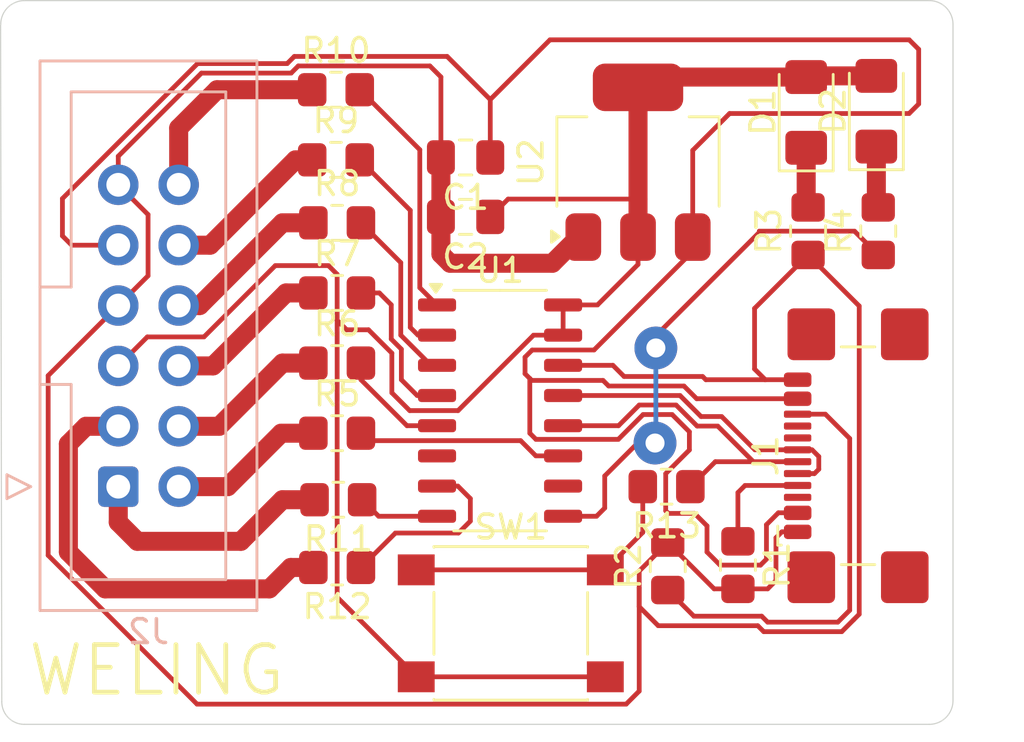
<source format=kicad_pcb>
(kicad_pcb (version 20240108) (generator "pcbnew") (generator_version "8.0")
  (layers (0 "F.Cu" signal) (31 "B.Cu" signal) (34 "B.Paste" user) (35 "F.Paste" user) (36 "B.SilkS" user "B.Silkscreen") (37 "F.SilkS" user "F.Silkscreen") (38 "B.Mask" user) (39 "F.Mask" user) (44 "Edge.Cuts" user))
  (net 0 "")
  (net 1 "GND")
  (net 2 "+5V")
  (net 3 "+3.3V")
  (net 4 "Net-(J2-Pin_10)")
  (net 5 "Net-(J2-Pin_8)")
  (net 6 "Net-(J2-Pin_6)")
  (net 7 "Net-(J2-Pin_2)")
  (net 8 "Net-(J2-Pin_4)")
  (net 9 "Net-(J2-Pin_12)")
  (net 10 "Net-(J2-Pin_3)")
  (net 11 "Net-(J2-Pin_1)")
  (net 12 "SWK")
  (net 14 "SWD")
  (net 16 "UDM")
  (net 17 "RST")
  (net 18 "RXD")
  (net 19 "TDO")
  (net 20 "LED")
  (net 21 "TXD")
  (net 22 "TRST")
  (net 23 "UDP")
  (net 24 "TDI")
  (net 25 "Net-(D1-K)")
  (net 26 "Net-(D2-K)")
  (net 28 "Net-(J1-CC2)")
  (net 30 "Net-(J1-CC1)")
  (net 33 "Net-(R13-Pad2)")
  (footprint "Resistor_SMD:R_0805_2012Metric_Pad1.20x1.40mm_HandSolder" (layer "F.Cu") (at 130.600001 81.7)
    (property "Reference" "R5" (at 0 -1.649998 0) (layer "F.SilkS"))
    (property "Value" "100")
    (fp_line (start -0.227064 -0.735) (end 0.227064 -0.735) (stroke (width 0.12)) (layer "F.SilkS"))
    (fp_line (start -0.227064 0.735) (end 0.227064 0.735) (stroke (width 0.12)) (layer "F.SilkS"))
    (pad "1" smd roundrect (at -1 0) (size 1.2 1.4) (layers "F.Cu" "F.Paste" "F.Mask") (roundrect_rratio 0.208333) (net 7 "Net-(J2-Pin_2)"))
    (pad "2" smd roundrect (at 1 0) (size 1.2 1.4) (layers "F.Cu" "F.Paste" "F.Mask") (roundrect_rratio 0.208333) (net 22 "TRST"))
  )
  (footprint "Resistor_SMD:R_0805_2012Metric_Pad1.20x1.40mm_HandSolder" (layer "F.Cu") (at 150.399999 73.2 90)
    (property "Reference" "R3" (at -0.000001 -1.65 -90) (layer "F.SilkS"))
    (property "Value" "1K")
    (fp_line (start -0.227064 -0.735) (end 0.227064 -0.735) (stroke (width 0.12)) (layer "F.SilkS"))
    (fp_line (start -0.227064 0.735) (end 0.227064 0.735) (stroke (width 0.12)) (layer "F.SilkS"))
    (pad "1" smd roundrect (at -1 0 90) (size 1.2 1.4) (layers "F.Cu" "F.Paste" "F.Mask") (roundrect_rratio 0.208333) (net 1 "GND"))
    (pad "2" smd roundrect (at 1 0 90) (size 1.2 1.4) (layers "F.Cu" "F.Paste" "F.Mask") (roundrect_rratio 0.208333) (net 25 "Net-(D1-K)"))
  )
  (footprint "Resistor_SMD:R_0805_2012Metric_Pad1.20x1.40mm_HandSolder" (layer "F.Cu") (at 144.5 87.3 90)
    (property "Reference" "R2" (at 0 -1.649998 -90) (layer "F.SilkS"))
    (property "Value" "5K1")
    (fp_line (start -0.227064 -0.735) (end 0.227064 -0.735) (stroke (width 0.12)) (layer "F.SilkS"))
    (fp_line (start -0.227064 0.735) (end 0.227064 0.735) (stroke (width 0.12)) (layer "F.SilkS"))
    (pad "1" smd roundrect (at -1 0 90) (size 1.2 1.4) (layers "F.Cu" "F.Paste" "F.Mask") (roundrect_rratio 0.208333) (net 28 "Net-(J1-CC2)"))
    (pad "2" smd roundrect (at 1 0 90) (size 1.2 1.4) (layers "F.Cu" "F.Paste" "F.Mask") (roundrect_rratio 0.208333) (net 1 "GND"))
  )
  (footprint "Connector_USB:USB_C_Receptacle_GCT_USB4110" (layer "F.Cu") (at 153.639999 82.65 90)
    (property "Reference" "J1" (at 0 -5.015 90) (layer "F.SilkS"))
    (property "Value" "USB_C_Receptacle_USB2.0_14P")
    (fp_line (start -2.96 -4.515001) (end -3.76 -4.514999) (stroke (width 0.12)) (layer "F.SilkS"))
    (fp_line (start -3.76 -4.514999) (end -3.759999 -4.364999) (stroke (width 0.12)) (layer "F.SilkS"))
    (fp_line (start 4.579999 -0.435) (end 4.579999 -1.845) (stroke (width 0.12)) (layer "F.SilkS"))
    (fp_line (start -4.580002 -0.435) (end -4.58 -1.845001) (stroke (width 0.12)) (layer "F.SilkS"))
    (pad "" np_thru_hole circle (at -2.89 -2.604999 90) (size 0.65 0.65) (drill 0.65) (layers "F&B.Cu" "*.Mask"))
    (pad "" np_thru_hole circle (at 2.89 -2.604999 90) (size 0.65 0.65) (drill 0.65) (layers "F&B.Cu" "*.Mask"))
    (pad "A1" smd roundrect (at -3.200001 -3.68 90) (size 0.6 1.15) (layers "F.Cu" "F.Paste" "F.Mask") (net 1 "GND"))
    (pad "A4" smd roundrect (at -2.400001 -3.679999 90) (size 0.6 1.15) (layers "F.Cu" "F.Paste" "F.Mask") (net 2 "+5V"))
    (pad "A5" smd roundrect (at -1.25 -3.679999 90) (size 0.3 1.15) (layers "F.Cu" "F.Paste" "F.Mask") (net 30 "Net-(J1-CC1)"))
    (pad "A6" smd roundrect (at -0.250001 -3.68 90) (size 0.3 1.15) (layers "F.Cu" "F.Paste" "F.Mask") (net 23 "UDP"))
    (pad "A7" smd roundrect (at 0.249999 -3.680002 90) (size 0.3 1.15) (layers "F.Cu" "F.Paste" "F.Mask") (net 16 "UDM"))
    (pad "A8" smd roundrect (at 1.250001 -3.68 90) (size 0.3 1.15) (layers "F.Cu" "F.Paste" "F.Mask"))
    (pad "A9" smd roundrect (at 2.400001 -3.680001 90) (size 0.6 1.15) (layers "F.Cu" "F.Paste" "F.Mask") (net 2 "+5V"))
    (pad "A12" smd roundrect (at 3.200001 -3.68 90) (size 0.6 1.15) (layers "F.Cu" "F.Paste" "F.Mask") (net 1 "GND"))
    (pad "B1" smd roundrect (at 3.200001 -3.68 90) (size 0.6 1.15) (layers "F.Cu" "F.Paste" "F.Mask") (net 1 "GND"))
    (pad "B4" smd roundrect (at 2.400001 -3.680001 90) (size 0.6 1.15) (layers "F.Cu" "F.Paste" "F.Mask") (net 2 "+5V"))
    (pad "B5" smd roundrect (at 1.75 -3.679999 90) (size 0.3 1.15) (layers "F.Cu" "F.Paste" "F.Mask") (net 28 "Net-(J1-CC2)"))
    (pad "B6" smd roundrect (at 0.749999 -3.68 90) (size 0.3 1.15) (layers "F.Cu" "F.Paste" "F.Mask") (net 23 "UDP"))
    (pad "B7" smd roundrect (at -0.749999 -3.68 90) (size 0.3 1.15) (layers "F.Cu" "F.Paste" "F.Mask") (net 16 "UDM"))
    (pad "B8" smd roundrect (at -1.749999 -3.680001 90) (size 0.3 1.15) (layers "F.Cu" "F.Paste" "F.Mask"))
    (pad "B9" smd roundrect (at -2.400001 -3.679999 90) (size 0.6 1.15) (layers "F.Cu" "F.Paste" "F.Mask") (net 2 "+5V"))
    (pad "B12" smd roundrect (at -3.200001 -3.68 90) (size 0.6 1.15) (layers "F.Cu" "F.Paste" "F.Mask") (net 1 "GND"))
    (pad "S1" smd roundrect (at -5.11 -3.105001 90) (size 2.18 2) (layers "F.Cu" "F.Paste" "F.Mask") (roundrect_rratio 0.125))
    (pad "S1" smd roundrect (at -5.11 0.825001 90) (size 2.18 2) (layers "F.Cu" "F.Paste" "F.Mask") (roundrect_rratio 0.125))
    (pad "S1" smd roundrect (at 5.11 -3.105001 90) (size 2.18 2) (layers "F.Cu" "F.Paste" "F.Mask") (roundrect_rratio 0.125))
    (pad "S1" smd roundrect (at 5.110001 0.825 90) (size 2.18 2) (layers "F.Cu" "F.Paste" "F.Mask") (roundrect_rratio 0.125))
  )
  (footprint "Resistor_SMD:R_0805_2012Metric_Pad1.20x1.40mm_HandSolder" (layer "F.Cu") (at 144.45 83.95 180)
    (property "Reference" "R13" (at 0 -1.649998 180) (layer "F.SilkS"))
    (property "Value" "10K")
    (fp_line (start -0.227064 0.735) (end 0.227064 0.735) (stroke (width 0.12)) (layer "F.SilkS"))
    (fp_line (start -0.227064 -0.735) (end 0.227064 -0.735) (stroke (width 0.12)) (layer "F.SilkS"))
    (pad "1" smd roundrect (at -1 0 180) (size 1.2 1.4) (layers "F.Cu" "F.Paste" "F.Mask") (roundrect_rratio 0.208333) (net 23 "UDP"))
    (pad "2" smd roundrect (at 1 0 180) (size 1.2 1.4) (layers "F.Cu" "F.Paste" "F.Mask") (roundrect_rratio 0.208333) (net 33 "Net-(R13-Pad2)"))
  )
  (footprint "Resistor_SMD:R_0805_2012Metric_Pad1.20x1.40mm_HandSolder" (layer "F.Cu") (at 130.6 78.75)
    (property "Reference" "R6" (at 0 -1.649998 0) (layer "F.SilkS"))
    (property "Value" "100")
    (fp_line (start -0.227064 -0.735) (end 0.227064 -0.735) (stroke (width 0.12)) (layer "F.SilkS"))
    (fp_line (start -0.227064 0.735) (end 0.227064 0.735) (stroke (width 0.12)) (layer "F.SilkS"))
    (pad "1" smd roundrect (at -1 0) (size 1.2 1.4) (layers "F.Cu" "F.Paste" "F.Mask") (roundrect_rratio 0.208333) (net 8 "Net-(J2-Pin_4)"))
    (pad "2" smd roundrect (at 1 0) (size 1.2 1.4) (layers "F.Cu" "F.Paste" "F.Mask") (roundrect_rratio 0.208333) (net 17 "RST"))
  )
  (footprint "Capacitor_SMD:C_0805_2012Metric_Pad1.18x1.45mm_HandSolder" (layer "F.Cu") (at 136 72.6 180)
    (property "Reference" "C2" (at 0 -1.68 180) (layer "F.SilkS"))
    (property "Value" "22uF")
    (fp_line (start -0.26125 0.734999) (end 0.261252 0.735) (stroke (width 0.12)) (layer "F.SilkS"))
    (fp_line (start -0.261252 -0.735) (end 0.26125 -0.734999) (stroke (width 0.12)) (layer "F.SilkS"))
    (pad "1" smd roundrect (at -1.0375 0 180) (size 1.175 1.45) (layers "F.Cu" "F.Paste" "F.Mask") (roundrect_rratio 0.212766) (net 3 "+3.3V"))
    (pad "2" smd roundrect (at 1.0375 0 180) (size 1.175 1.45) (layers "F.Cu" "F.Paste" "F.Mask") (roundrect_rratio 0.212766) (net 1 "GND"))
  )
  (footprint "LED_SMD:LED_1206_3216Metric_Pad1.42x1.75mm_HandSolder" (layer "F.Cu") (at 150.319999 68.205 90)
    (property "Reference" "D1" (at 0 -1.82 -90) (layer "F.SilkS"))
    (property "Value" "PWR")
    (fp_line (start 1.6 -1.135) (end -2.459999 -1.135) (stroke (width 0.12)) (layer "F.SilkS"))
    (fp_line (start -2.459999 -1.135) (end -2.459999 1.135001) (stroke (width 0.12)) (layer "F.SilkS"))
    (fp_line (start -2.459999 1.135001) (end 1.600001 1.134998) (stroke (width 0.12)) (layer "F.SilkS"))
    (pad "1" smd roundrect (at -1.4875 -0.000001 90) (size 1.425 1.75) (layers "F.Cu" "F.Paste" "F.Mask") (roundrect_rratio 0.175439) (net 25 "Net-(D1-K)"))
    (pad "2" smd roundrect (at 1.4875 0.000001 90) (size 1.425 1.75) (layers "F.Cu" "F.Paste" "F.Mask") (roundrect_rratio 0.175439) (net 3 "+3.3V"))
  )
  (footprint "Resistor_SMD:R_0805_2012Metric_Pad1.20x1.40mm_HandSolder" (layer "F.Cu") (at 130.549999 67.25)
    (property "Reference" "R10" (at 0 -1.649998 0) (layer "F.SilkS"))
    (property "Value" "100")
    (fp_line (start -0.227064 -0.735) (end 0.227064 -0.735) (stroke (width 0.12)) (layer "F.SilkS"))
    (fp_line (start -0.227064 0.735) (end 0.227064 0.735) (stroke (width 0.12)) (layer "F.SilkS"))
    (pad "1" smd roundrect (at -1 0) (size 1.2 1.4) (layers "F.Cu" "F.Paste" "F.Mask") (roundrect_rratio 0.208333) (net 9 "Net-(J2-Pin_12)"))
    (pad "2" smd roundrect (at 1 0) (size 1.2 1.4) (layers "F.Cu" "F.Paste" "F.Mask") (roundrect_rratio 0.208333) (net 24 "TDI"))
  )
  (footprint "Resistor_SMD:R_0805_2012Metric_Pad1.20x1.40mm_HandSolder" (layer "F.Cu") (at 153.35 73.2 90)
    (property "Reference" "R4" (at -0.000001 -1.65 -90) (layer "F.SilkS"))
    (property "Value" "1K")
    (fp_line (start -0.227064 -0.735) (end 0.227064 -0.735) (stroke (width 0.12)) (layer "F.SilkS"))
    (fp_line (start -0.227064 0.735) (end 0.227064 0.735) (stroke (width 0.12)) (layer "F.SilkS"))
    (pad "1" smd roundrect (at -1 0 90) (size 1.2 1.4) (layers "F.Cu" "F.Paste" "F.Mask") (roundrect_rratio 0.208333) (net 20 "LED"))
    (pad "2" smd roundrect (at 1 0 90) (size 1.2 1.4) (layers "F.Cu" "F.Paste" "F.Mask") (roundrect_rratio 0.208333) (net 26 "Net-(D2-K)"))
  )
  (footprint "Button_Switch_SMD:SW_Push_1P1T_NO_6x6mm_H9.5mm" (layer "F.Cu") (at 137.9 89.7)
    (property "Reference" "SW1" (at 0.000005 -4.05 0) (layer "F.SilkS"))
    (property "Value" "BOOT")
    (fp_line (start -3.23 -3.23) (end 3.23 -3.23) (stroke (width 0.12)) (layer "F.SilkS"))
    (fp_line (start -3.23 -3.2) (end -3.23 -3.23) (stroke (width 0.12)) (layer "F.SilkS"))
    (fp_line (start -3.23 -1.3) (end -3.23 1.3) (stroke (width 0.12)) (layer "F.SilkS"))
    (fp_line (start -3.23 3.23) (end -3.23 3.2) (stroke (width 0.12)) (layer "F.SilkS"))
    (fp_line (start -3.23 3.23) (end 3.23 3.23) (stroke (width 0.12)) (layer "F.SilkS"))
    (fp_line (start 3.23 -3.23) (end 3.23 -3.2) (stroke (width 0.12)) (layer "F.SilkS"))
    (fp_line (start 3.23 -1.3) (end 3.23 1.3) (stroke (width 0.12)) (layer "F.SilkS"))
    (fp_line (start 3.23 3.23) (end 3.23 3.2) (stroke (width 0.12)) (layer "F.SilkS"))
    (pad "1" smd rect (at -3.975 -2.25) (size 1.55 1.3) (layers "F.Cu" "F.Paste" "F.Mask") (net 33 "Net-(R13-Pad2)"))
    (pad "1" smd rect (at 3.975 -2.25) (size 1.55 1.3) (layers "F.Cu" "F.Paste" "F.Mask") (net 33 "Net-(R13-Pad2)"))
    (pad "2" smd rect (at -3.975 2.25) (size 1.55 1.3) (layers "F.Cu" "F.Paste" "F.Mask") (net 3 "+3.3V"))
    (pad "2" smd rect (at 3.975 2.25) (size 1.55 1.3) (layers "F.Cu" "F.Paste" "F.Mask") (net 3 "+3.3V"))
  )
  (footprint "Package_SO:STC_SOP-16_3.9x9.9mm_P1.27mm" (layer "F.Cu") (at 137.45 80.75)
    (property "Reference" "U1" (at 0 -5.9 0) (layer "F.SilkS"))
    (property "Value" "CH552G")
    (fp_line (start 0 -5.06) (end -1.95 -5.06) (stroke (width 0.12)) (layer "F.SilkS"))
    (fp_line (start 0 -5.06) (end 1.95 -5.06) (stroke (width 0.12)) (layer "F.SilkS"))
    (fp_line (start 0 5.06) (end -1.95 5.06) (stroke (width 0.12)) (layer "F.SilkS"))
    (fp_line (start 0 5.06) (end 1.95 5.06) (stroke (width 0.12)) (layer "F.SilkS"))
    (fp_poly (pts (xy -2.7 -4.98) (xy -2.94 -5.31) (xy -2.46 -5.31) (xy -2.7 -4.98)) (stroke (width 0.12)) (fill solid) (layer "F.SilkS"))
    (pad "1" smd roundrect (at -2.65 -4.445) (size 1.6 0.55) (layers "F.Cu" "F.Paste" "F.Mask") (net 24 "TDI"))
    (pad "2" smd roundrect (at -2.65 -3.175) (size 1.6 0.55) (layers "F.Cu" "F.Paste" "F.Mask") (net 19 "TDO"))
    (pad "3" smd roundrect (at -2.65 -1.905) (size 1.6 0.55) (layers "F.Cu" "F.Paste" "F.Mask") (net 14 "SWD"))
    (pad "4" smd roundrect (at -2.65 -0.635) (size 1.6 0.55) (layers "F.Cu" "F.Paste" "F.Mask") (net 12 "SWK"))
    (pad "5" smd roundrect (at -2.65 0.635) (size 1.6 0.55) (layers "F.Cu" "F.Paste" "F.Mask") (net 17 "RST"))
    (pad "6" smd roundrect (at -2.65 1.905) (size 1.6 0.55) (layers "F.Cu" "F.Paste" "F.Mask"))
    (pad "7" smd roundrect (at -2.65 3.175) (size 1.6 0.55) (layers "F.Cu" "F.Paste" "F.Mask") (net 21 "TXD"))
    (pad "8" smd roundrect (at -2.65 4.445) (size 1.6 0.55) (layers "F.Cu" "F.Paste" "F.Mask") (net 18 "RXD"))
    (pad "9" smd roundrect (at 2.65 4.445) (size 1.6 0.55) (layers "F.Cu" "F.Paste" "F.Mask") (net 20 "LED"))
    (pad "10" smd roundrect (at 2.65 3.175) (size 1.6 0.55) (layers "F.Cu" "F.Paste" "F.Mask"))
    (pad "11" smd roundrect (at 2.65 1.905) (size 1.6 0.55) (layers "F.Cu" "F.Paste" "F.Mask") (net 22 "TRST"))
    (pad "12" smd roundrect (at 2.65 0.635) (size 1.6 0.55) (layers "F.Cu" "F.Paste" "F.Mask") (net 23 "UDP"))
    (pad "13" smd roundrect (at 2.65 -0.635) (size 1.6 0.55) (layers "F.Cu" "F.Paste" "F.Mask") (net 16 "UDM"))
    (pad "14" smd roundrect (at 2.65 -1.905) (size 1.6 0.55) (layers "F.Cu" "F.Paste" "F.Mask") (net 1 "GND"))
    (pad "15" smd roundrect (at 2.65 -3.175) (size 1.6 0.55) (layers "F.Cu" "F.Paste" "F.Mask") (net 3 "+3.3V"))
    (pad "16" smd roundrect (at 2.65 -4.445) (size 1.6 0.55) (layers "F.Cu" "F.Paste" "F.Mask") (net 3 "+3.3V"))
  )
  (footprint "Package_TO_SOT_SMD:SOT-223-3_TabPin2" (layer "F.Cu") (at 143.25 70.3 90)
    (property "Reference" "U2" (at 0 -4.5 -90) (layer "F.SilkS"))
    (property "Value" "AMS1117-3.3")
    (fp_line (start -1.85 -3.410001) (end 1.909999 -3.41) (stroke (width 0.12)) (layer "F.SilkS"))
    (fp_line (start 1.909999 -3.41) (end 1.91 -2.150001) (stroke (width 0.12)) (layer "F.SilkS"))
    (fp_line (start -1.85 3.409999) (end 1.91 3.410001) (stroke (width 0.12)) (layer "F.SilkS"))
    (fp_line (start 1.91 3.410001) (end 1.909999 2.149999) (stroke (width 0.12)) (layer "F.SilkS"))
    (fp_poly (pts (xy -3.13 -3.31) (xy -3.369998 -3.64) (xy -2.89 -3.64) (xy -3.13 -3.31)) (stroke (width 0.12)) (fill solid) (layer "F.SilkS"))
    (pad "1" smd roundrect (at -3.149999 -2.3 90) (size 2 1.5) (layers "F.Cu" "F.Paste" "F.Mask") (net 1 "GND"))
    (pad "2" smd roundrect (at -3.15 0 90) (size 2 1.5) (layers "F.Cu" "F.Paste" "F.Mask") (net 3 "+3.3V"))
    (pad "2" smd roundrect (at 3.15 0 90) (size 2 3.8) (layers "F.Cu" "F.Paste" "F.Mask") (net 3 "+3.3V"))
    (pad "3" smd roundrect (at -3.150001 2.299999 90) (size 2 1.5) (layers "F.Cu" "F.Paste" "F.Mask") (net 2 "+5V"))
  )
  (footprint "Resistor_SMD:R_0805_2012Metric_Pad1.20x1.40mm_HandSolder" (layer "F.Cu") (at 130.65 84.5 180)
    (property "Reference" "R11" (at 0 -1.649998 180) (layer "F.SilkS"))
    (property "Value" "100")
    (fp_line (start -0.227064 0.735) (end 0.227064 0.735) (stroke (width 0.12)) (layer "F.SilkS"))
    (fp_line (start -0.227064 -0.735) (end 0.227064 -0.735) (stroke (width 0.12)) (layer "F.SilkS"))
    (pad "1" smd roundrect (at -1 0 180) (size 1.2 1.4) (layers "F.Cu" "F.Paste" "F.Mask") (roundrect_rratio 0.208333) (net 18 "RXD"))
    (pad "2" smd roundrect (at 1 0 180) (size 1.2 1.4) (layers "F.Cu" "F.Paste" "F.Mask") (roundrect_rratio 0.208333) (net 11 "Net-(J2-Pin_1)"))
  )
  (footprint "Capacitor_SMD:C_0805_2012Metric_Pad1.18x1.45mm_HandSolder" (layer "F.Cu") (at 136 70.1 180)
    (property "Reference" "C1" (at 0 -1.68 180) (layer "F.SilkS"))
    (property "Value" "22uF")
    (fp_line (start -0.26125 0.734999) (end 0.261252 0.735) (stroke (width 0.12)) (layer "F.SilkS"))
    (fp_line (start -0.261252 -0.735) (end 0.26125 -0.734999) (stroke (width 0.12)) (layer "F.SilkS"))
    (pad "1" smd roundrect (at -1.0375 0 180) (size 1.175 1.45) (layers "F.Cu" "F.Paste" "F.Mask") (roundrect_rratio 0.212766) (net 2 "+5V"))
    (pad "2" smd roundrect (at 1.0375 0 180) (size 1.175 1.45) (layers "F.Cu" "F.Paste" "F.Mask") (roundrect_rratio 0.212766) (net 1 "GND"))
  )
  (footprint "Resistor_SMD:R_0805_2012Metric_Pad1.20x1.40mm_HandSolder" (layer "F.Cu") (at 147.45 87.25 -90)
    (property "Reference" "R1" (at 0 -1.649998 90) (layer "F.SilkS"))
    (property "Value" "5K1")
    (fp_line (start -0.227064 0.735) (end 0.227064 0.735) (stroke (width 0.12)) (layer "F.SilkS"))
    (fp_line (start -0.227064 -0.735) (end 0.227064 -0.735) (stroke (width 0.12)) (layer "F.SilkS"))
    (pad "1" smd roundrect (at -1 0 270) (size 1.2 1.4) (layers "F.Cu" "F.Paste" "F.Mask") (roundrect_rratio 0.208333) (net 30 "Net-(J1-CC1)"))
    (pad "2" smd roundrect (at 1 0 270) (size 1.2 1.4) (layers "F.Cu" "F.Paste" "F.Mask") (roundrect_rratio 0.208333) (net 1 "GND"))
  )
  (footprint "LED_SMD:LED_1206_3216Metric_Pad1.42x1.75mm_HandSolder" (layer "F.Cu") (at 153.27 68.154999 90)
    (property "Reference" "D2" (at 0 -1.82 -90) (layer "F.SilkS"))
    (property "Value" "PRG")
    (fp_line (start 1.6 -1.135) (end -2.459999 -1.135) (stroke (width 0.12)) (layer "F.SilkS"))
    (fp_line (start -2.459999 -1.135) (end -2.459999 1.135001) (stroke (width 0.12)) (layer "F.SilkS"))
    (fp_line (start -2.459999 1.135001) (end 1.600001 1.134998) (stroke (width 0.12)) (layer "F.SilkS"))
    (pad "1" smd roundrect (at -1.4875 -0.000001 90) (size 1.425 1.75) (layers "F.Cu" "F.Paste" "F.Mask") (roundrect_rratio 0.175439) (net 26 "Net-(D2-K)"))
    (pad "2" smd roundrect (at 1.4875 0.000001 90) (size 1.425 1.75) (layers "F.Cu" "F.Paste" "F.Mask") (roundrect_rratio 0.175439) (net 3 "+3.3V"))
  )
  (footprint "Resistor_SMD:R_0805_2012Metric_Pad1.20x1.40mm_HandSolder" (layer "F.Cu") (at 130.599998 72.850001)
    (property "Reference" "R8" (at 0 -1.649998 0) (layer "F.SilkS"))
    (property "Value" "100")
    (fp_line (start -0.227064 -0.735) (end 0.227064 -0.735) (stroke (width 0.12)) (layer "F.SilkS"))
    (fp_line (start -0.227064 0.735) (end 0.227064 0.735) (stroke (width 0.12)) (layer "F.SilkS"))
    (pad "1" smd roundrect (at -1 0) (size 1.2 1.4) (layers "F.Cu" "F.Paste" "F.Mask") (roundrect_rratio 0.208333) (net 5 "Net-(J2-Pin_8)"))
    (pad "2" smd roundrect (at 1 0) (size 1.2 1.4) (layers "F.Cu" "F.Paste" "F.Mask") (roundrect_rratio 0.208333) (net 14 "SWD"))
  )
  (footprint "Resistor_SMD:R_0805_2012Metric_Pad1.20x1.40mm_HandSolder" (layer "F.Cu") (at 130.549998 70.199999)
    (property "Reference" "R9" (at 0 -1.649998 0) (layer "F.SilkS"))
    (property "Value" "100")
    (fp_line (start -0.227064 -0.735) (end 0.227064 -0.735) (stroke (width 0.12)) (layer "F.SilkS"))
    (fp_line (start -0.227064 0.735) (end 0.227064 0.735) (stroke (width 0.12)) (layer "F.SilkS"))
    (pad "1" smd roundrect (at -1 0) (size 1.2 1.4) (layers "F.Cu" "F.Paste" "F.Mask") (roundrect_rratio 0.208333) (net 4 "Net-(J2-Pin_10)"))
    (pad "2" smd roundrect (at 1 0) (size 1.2 1.4) (layers "F.Cu" "F.Paste" "F.Mask") (roundrect_rratio 0.208333) (net 19 "TDO"))
  )
  (footprint "Resistor_SMD:R_0805_2012Metric_Pad1.20x1.40mm_HandSolder" (layer "F.Cu") (at 130.6 75.800001)
    (property "Reference" "R7" (at 0 -1.649998 0) (layer "F.SilkS"))
    (property "Value" "100")
    (fp_line (start -0.227064 -0.735) (end 0.227064 -0.735) (stroke (width 0.12)) (layer "F.SilkS"))
    (fp_line (start -0.227064 0.735) (end 0.227064 0.735) (stroke (width 0.12)) (layer "F.SilkS"))
    (pad "1" smd roundrect (at -1 0) (size 1.2 1.4) (layers "F.Cu" "F.Paste" "F.Mask") (roundrect_rratio 0.208333) (net 6 "Net-(J2-Pin_6)"))
    (pad "2" smd roundrect (at 1 0) (size 1.2 1.4) (layers "F.Cu" "F.Paste" "F.Mask") (roundrect_rratio 0.208333) (net 12 "SWK"))
  )
  (footprint "Resistor_SMD:R_0805_2012Metric_Pad1.20x1.40mm_HandSolder" (layer "F.Cu") (at 130.6 87.35 180)
    (property "Reference" "R12" (at 0 -1.649998 180) (layer "F.SilkS"))
    (property "Value" "100")
    (fp_line (start -0.227064 0.735) (end 0.227064 0.735) (stroke (width 0.12)) (layer "F.SilkS"))
    (fp_line (start -0.227064 -0.735) (end 0.227064 -0.735) (stroke (width 0.12)) (layer "F.SilkS"))
    (pad "1" smd roundrect (at -1 0 180) (size 1.2 1.4) (layers "F.Cu" "F.Paste" "F.Mask") (roundrect_rratio 0.208333) (net 21 "TXD"))
    (pad "2" smd roundrect (at 1 0 180) (size 1.2 1.4) (layers "F.Cu" "F.Paste" "F.Mask") (roundrect_rratio 0.208333) (net 10 "Net-(J2-Pin_3)"))
  )
  (footprint "Connector_IDC:IDC-Header_2x06_P2.54mm_Vertical" (layer "B.Cu") (at 121.397501 83.949999)
    (property "Reference" "J2" (at 1.27 6.099999 0) (layer "B.SilkS") (effects (justify mirror)))
    (property "Value" "Connector")
    (fp_line (start -4.680001 0.500001) (end -3.679999 -0.000002) (stroke (width 0.12)) (layer "B.SilkS"))
    (fp_line (start -4.68 -0.5) (end -4.680001 0.500001) (stroke (width 0.12)) (layer "B.SilkS"))
    (fp_line (start -3.679999 -0.000002) (end -4.68 -0.5) (stroke (width 0.12)) (layer "B.SilkS"))
    (fp_line (start -3.290001 -8.400002) (end -1.980002 -8.4) (stroke (width 0.12)) (layer "B.SilkS"))
    (fp_line (start -3.29 -17.91) (end 5.830003 -17.910001) (stroke (width 0.12)) (layer "B.SilkS"))
    (fp_line (start -3.289998 5.209998) (end -3.29 -17.91) (stroke (width 0.12)) (layer "B.SilkS"))
    (fp_line (start -1.980002 -8.4) (end -1.980002 -8.4) (stroke (width 0.12)) (layer "B.SilkS"))
    (fp_line (start -1.980002 -8.4) (end -1.979999 -16.610001) (stroke (width 0.12)) (layer "B.SilkS"))
    (fp_line (start -1.980001 3.91) (end -1.98 -4.3) (stroke (width 0.12)) (layer "B.SilkS"))
    (fp_line (start -1.98 -4.3) (end -3.289998 -4.299998) (stroke (width 0.12)) (layer "B.SilkS"))
    (fp_line (start -1.979999 -16.610001) (end 4.520001 -16.610001) (stroke (width 0.12)) (layer "B.SilkS"))
    (fp_line (start 4.52 3.91) (end -1.980001 3.91) (stroke (width 0.12)) (layer "B.SilkS"))
    (fp_line (start 4.520001 -16.610001) (end 4.52 3.91) (stroke (width 0.12)) (layer "B.SilkS"))
    (fp_line (start 5.83 5.210001) (end -3.289998 5.209998) (stroke (width 0.12)) (layer "B.SilkS"))
    (fp_line (start 5.830003 -17.910001) (end 5.83 5.210001) (stroke (width 0.12)) (layer "B.SilkS"))
    (pad "1" thru_hole roundrect (at 0 0) (size 1.7 1.7) (drill 1) (layers "*.Cu" "*.Mask") (roundrect_rratio 0.147059) (net 11 "Net-(J2-Pin_1)"))
    (pad "2" thru_hole circle (at 2.540003 -0.000001) (size 1.7 1.7) (drill 1) (layers "*.Cu" "*.Mask") (net 7 "Net-(J2-Pin_2)"))
    (pad "3" thru_hole circle (at -0.000001 -2.540003) (size 1.7 1.7) (drill 1) (layers "*.Cu" "*.Mask") (net 10 "Net-(J2-Pin_3)"))
    (pad "4" thru_hole circle (at 2.54 -2.54) (size 1.7 1.7) (drill 1) (layers "*.Cu" "*.Mask") (net 8 "Net-(J2-Pin_4)"))
    (pad "5" thru_hole circle (at 0 -5.08) (size 1.7 1.7) (drill 1) (layers "*.Cu" "*.Mask") (net 3 "+3.3V"))
    (pad "6" thru_hole circle (at 2.540001 -5.079998) (size 1.7 1.7) (drill 1) (layers "*.Cu" "*.Mask") (net 6 "Net-(J2-Pin_6)"))
    (pad "7" thru_hole circle (at 0 -7.62) (size 1.7 1.7) (drill 1) (layers "*.Cu" "*.Mask") (net 1 "GND"))
    (pad "8" thru_hole circle (at 2.539999 -7.62) (size 1.7 1.7) (drill 1) (layers "*.Cu" "*.Mask") (net 5 "Net-(J2-Pin_8)"))
    (pad "9" thru_hole circle (at -0.000002 -10.159999) (size 1.7 1.7) (drill 1) (layers "*.Cu" "*.Mask") (net 2 "+5V"))
    (pad "10" thru_hole circle (at 2.54 -10.16) (size 1.7 1.7) (drill 1) (layers "*.Cu" "*.Mask") (net 4 "Net-(J2-Pin_10)"))
    (pad "11" thru_hole circle (at 0 -12.699999) (size 1.7 1.7) (drill 1) (layers "*.Cu" "*.Mask") (net 1 "GND"))
    (pad "12" thru_hole circle (at 2.539999 -12.7) (size 1.7 1.7) (drill 1) (layers "*.Cu" "*.Mask") (net 9 "Net-(J2-Pin_12)"))
  )
  (gr_line (start 116.45 64.5) (end 116.5 93) (stroke (width 0.05)) (layer "Edge.Cuts"))
  (gr_line (start 117.450001 93.950003) (end 155.493007 93.950003) (stroke (width 0.05)) (layer "Edge.Cuts"))
  (gr_arc (start 155.492895 63.49992) (mid 156.200002 63.792813) (end 156.492895 64.49992) (stroke (width 0.05)) (layer "Edge.Cuts"))
  (gr_line (start 156.492895 92.95) (end 156.492895 64.49992) (stroke (width 0.05)) (layer "Edge.Cuts"))
  (gr_arc (start 116.456799 64.5) (mid 116.742285 63.800253) (end 117.435789 63.499919) (stroke (width 0.05)) (layer "Edge.Cuts"))
  (gr_line (start 117.435789 63.499919) (end 155.492895 63.49992) (stroke (width 0.05)) (layer "Edge.Cuts"))
  (gr_arc (start 117.450001 93.950003) (mid 116.778248 93.671754) (end 116.5 93) (stroke (width 0.05)) (layer "Edge.Cuts"))
  (gr_arc (start 156.492895 92.95) (mid 156.200002 93.657107) (end 155.492894 93.949999) (stroke (width 0.05)) (layer "Edge.Cuts"))
  (gr_text "WELING" (at 117.5 92.85 0) (layer "F.SilkS") (effects (font (size 2 2) (thickness 0.2) (bold yes)) (justify left bottom)))
  (segment (start 122.65 75.0775) (end 121.397501 76.329999) (width 0.2) (layer "F.Cu") (net 1))
  (segment (start 143.3 88.2) (end 143.3 87.5) (width 0.2) (layer "F.Cu") (net 1))
  (segment (start 143.3 89) (end 143.3 88.2) (width 0.2) (layer "F.Cu") (net 1))
  (segment (start 140.750001 73.449999) (end 139.65 74.55) (width 0.8) (layer "F.Cu") (net 1))
  (segment (start 118.45 79.2775) (end 118.45 86.83995) (width 0.2) (layer "F.Cu") (net 1))
  (segment (start 151.815686 90.05) (end 148.534314 90.05) (width 0.2) (layer "F.Cu") (net 1))
  (segment (start 148.7 88.25) (end 149.05 87.9) (width 0.2) (layer "F.Cu") (net 1))
  (segment (start 150.399999 74.2) (end 148.15 76.449999) (width 0.2) (layer "F.Cu") (net 1))
  (segment (start 143.3 92.55) (end 143.3 88.2) (width 0.2) (layer "F.Cu") (net 1))
  (segment (start 144.1 89.8) (end 143.3 89) (width 0.2) (layer "F.Cu") (net 1))
  (segment (start 142.195 78.845) (end 140.1 78.845) (width 0.2) (layer "F.Cu") (net 1))
  (segment (start 124.71005 93.1) (end 142.75 93.1) (width 0.2) (layer "F.Cu") (net 1))
  (segment (start 135.35 74.55) (end 134.9625 74.1625) (width 0.8) (layer "F.Cu") (net 1))
  (segment (start 134.5 66.25) (end 134.9625 66.7125) (width 0.2) (layer "F.Cu") (net 1))
  (segment (start 118.45 86.83995) (end 124.71005 93.1) (width 0.2) (layer "F.Cu") (net 1))
  (segment (start 128.965255 66.25) (end 134.5 66.25) (width 0.2) (layer "F.Cu") (net 1))
  (segment (start 150.399999 74.2) (end 152.55 76.350001) (width 0.2) (layer "F.Cu") (net 1))
  (segment (start 148.15 78.999999) (end 148.6 79.449999) (width 0.2) (layer "F.Cu") (net 1))
  (segment (start 121.397501 71.25) (end 122.65 72.502499) (width 0.2) (layer "F.Cu") (net 1))
  (segment (start 148.6 79.449999) (end 146.099999 79.449999) (width 0.2) (layer "F.Cu") (net 1))
  (segment (start 134.9625 66.7125) (end 134.9625 70.1) (width 0.2) (layer "F.Cu") (net 1))
  (segment (start 149.299999 85.850001) (end 149.959999 85.850001) (width 0.2) (layer "F.Cu") (net 1))
  (segment (start 124.89542 66.55) (end 128.665255 66.55) (width 0.2) (layer "F.Cu") (net 1))
  (segment (start 152.55 76.350001) (end 152.55 89.315686) (width 0.2) (layer "F.Cu") (net 1))
  (segment (start 152.315685 89.55) (end 151.815686 90.05) (width 0.2) (layer "F.Cu") (net 1))
  (segment (start 128.665255 66.55) (end 128.965255 66.25) (width 0.2) (layer "F.Cu") (net 1))
  (segment (start 121.397501 76.329999) (end 118.45 79.2775) (width 0.2) (layer "F.Cu") (net 1))
  (segment (start 146.099999 79.449999) (end 145.965 79.315) (width 0.2) (layer "F.Cu") (net 1))
  (segment (start 134.9625 72.6) (end 134.9625 70.1) (width 0.8) (layer "F.Cu") (net 1))
  (segment (start 134.9625 74.1625) (end 134.9625 72.6) (width 0.8) (layer "F.Cu") (net 1))
  (segment (start 121.397501 70.047919) (end 124.89542 66.55) (width 0.2) (layer "F.Cu") (net 1))
  (segment (start 149.959999 79.449999) (end 148.6 79.449999) (width 0.2) (layer "F.Cu") (net 1))
  (segment (start 148.15 76.449999) (end 148.15 78.999999) (width 0.2) (layer "F.Cu") (net 1))
  (segment (start 144.5 86.3) (end 146.45 88.25) (width 0.2) (layer "F.Cu") (net 1))
  (segment (start 148.284314 89.8) (end 144.1 89.8) (width 0.2) (layer "F.Cu") (net 1))
  (segment (start 121.397501 71.25) (end 121.397501 70.047919) (width 0.2) (layer "F.Cu") (net 1))
  (segment (start 148.534314 90.05) (end 148.284314 89.8) (width 0.2) (layer "F.Cu") (net 1))
  (segment (start 145.965 79.315) (end 142.665 79.315) (width 0.2) (layer "F.Cu") (net 1))
  (segment (start 149.05 86.1) (end 149.299999 85.850001) (width 0.2) (layer "F.Cu") (net 1))
  (segment (start 139.65 74.55) (end 135.35 74.55) (width 0.8) (layer "F.Cu") (net 1))
  (segment (start 143.3 87.5) (end 144.5 86.3) (width 0.2) (layer "F.Cu") (net 1))
  (segment (start 146.45 88.25) (end 148.7 88.25) (width 0.2) (layer "F.Cu") (net 1))
  (segment (start 149.05 87.9) (end 149.05 86.1) (width 0.2) (layer "F.Cu") (net 1))
  (segment (start 142.665 79.315) (end 142.195 78.845) (width 0.2) (layer "F.Cu") (net 1))
  (segment (start 152.55 89.315686) (end 152.315685 89.55) (width 0.2) (layer "F.Cu") (net 1))
  (segment (start 122.65 72.502499) (end 122.65 75.0775) (width 0.2) (layer "F.Cu") (net 1))
  (segment (start 140.95 73.449999) (end 140.750001 73.449999) (width 0.8) (layer "F.Cu") (net 1))
  (segment (start 142.75 93.1) (end 143.3 92.55) (width 0.2) (layer "F.Cu") (net 1))
  (segment (start 142.015 79.715) (end 145.180686 79.715) (width 0.2) (layer "F.Cu") (net 2))
  (segment (start 128.799569 65.85) (end 135.225 65.85) (width 0.2) (layer "F.Cu") (net 2))
  (segment (start 146.15 85.6) (end 145.625 85.075) (width 0.2) (layer "F.Cu") (net 2))
  (segment (start 138.780869 79.480869) (end 141.780869 79.480869) (width 0.2) (layer "F.Cu") (net 2))
  (segment (start 146.7 87.25) (end 146.15 86.7) (width 0.2) (layer "F.Cu") (net 2))
  (segment (start 144.41423 83.401026) (end 145.409314 82.405942) (width 0.2) (layer "F.Cu") (net 2))
  (segment (start 145.409314 82.405942) (end 145.409314 81.640686) (width 0.2) (layer "F.Cu") (net 2))
  (segment (start 154.65 68.25) (end 147.1 68.25) (width 0.2) (layer "F.Cu") (net 2))
  (segment (start 138.7 79.4) (end 138.780869 79.480869) (width 0.2) (layer "F.Cu") (net 2))
  (segment (start 148.65 85.55) (end 148.65 87) (width 0.2) (layer "F.Cu") (net 2))
  (segment (start 149.149999 85.050001) (end 148.65 85.55) (width 0.2) (layer "F.Cu") (net 2))
  (segment (start 142.420686 81.96) (end 138.96 81.96) (width 0.2) (layer "F.Cu") (net 2))
  (segment (start 145.625 85.075) (end 144.525 85.075) (width 0.2) (layer "F.Cu") (net 2))
  (segment (start 138.8 78.2) (end 138.5 78.5) (width 0.2) (layer "F.Cu") (net 2))
  (segment (start 143.465686 80.915) (end 142.420686 81.96) (width 0.2) (layer "F.Cu") (net 2))
  (segment (start 145.549999 73.450001) (end 145.549999 74.050001) (width 0.2) (layer "F.Cu") (net 2))
  (segment (start 138.5 78.5) (end 138.5 79.2) (width 0.2) (layer "F.Cu") (net 2))
  (segment (start 141.4 78.2) (end 138.8 78.2) (width 0.2) (layer "F.Cu") (net 2))
  (segment (start 154.65 65.15) (end 155.05 65.55) (width 0.2) (layer "F.Cu") (net 2))
  (segment (start 119.05 73.4) (end 119.05 71.829734) (width 0.2) (layer "F.Cu") (net 2))
  (segment (start 144.683628 80.915) (end 143.465686 80.915) (width 0.2) (layer "F.Cu") (net 2))
  (segment (start 144.525 85.075) (end 144.41423 84.96423) (width 0.2) (layer "F.Cu") (net 2))
  (segment (start 145.180686 79.715) (end 145.715685 80.249999) (width 0.2) (layer "F.Cu") (net 2))
  (segment (start 138.96 81.96) (end 138.7 81.7) (width 0.2) (layer "F.Cu") (net 2))
  (segment (start 124.729734 66.15) (end 128.499569 66.15) (width 0.2) (layer "F.Cu") (net 2))
  (segment (start 145.715685 80.249999) (end 149.959998 80.249999) (width 0.2) (layer "F.Cu") (net 2))
  (segment (start 128.499569 66.15) (end 128.799569 65.85) (width 0.2) (layer "F.Cu") (net 2))
  (segment (start 148.65 87) (end 148.4 87.25) (width 0.2) (layer "F.Cu") (net 2))
  (segment (start 155.05 67.85) (end 154.65 68.25) (width 0.2) (layer "F.Cu") (net 2))
  (segment (start 145.549999 69.800001) (end 145.549999 73.450001) (width 0.2) (layer "F.Cu") (net 2))
  (segment (start 146.15 86.7) (end 146.15 85.6) (width 0.2) (layer "F.Cu") (net 2))
  (segment (start 155.05 65.55) (end 155.05 67.85) (width 0.2) (layer "F.Cu") (net 2))
  (segment (start 121.397499 73.79) (end 119.44 73.79) (width 0.2) (layer "F.Cu") (net 2))
  (segment (start 138.5 79.2) (end 138.7 79.4) (width 0.2) (layer "F.Cu") (net 2))
  (segment (start 149.96 85.050001) (end 149.149999 85.050001) (width 0.2) (layer "F.Cu") (net 2))
  (segment (start 147.1 68.25) (end 145.549999 69.800001) (width 0.2) (layer "F.Cu") (net 2))
  (segment (start 145.549999 74.050001) (end 141.4 78.2) (width 0.2) (layer "F.Cu") (net 2))
  (segment (start 137.0375 67.6625) (end 137.0375 70.1) (width 0.2) (layer "F.Cu") (net 2))
  (segment (start 145.409314 81.640686) (end 144.683628 80.915) (width 0.2) (layer "F.Cu") (net 2))
  (segment (start 144.41423 84.96423) (end 144.41423 83.401026) (width 0.2) (layer "F.Cu") (net 2))
  (segment (start 119.44 73.79) (end 119.05 73.4) (width 0.2) (layer "F.Cu") (net 2))
  (segment (start 148.4 87.25) (end 146.7 87.25) (width 0.2) (layer "F.Cu") (net 2))
  (segment (start 139.55 65.15) (end 154.65 65.15) (width 0.2) (layer "F.Cu") (net 2))
  (segment (start 137.0375 67.6625) (end 139.55 65.15) (width 0.2) (layer "F.Cu") (net 2))
  (segment (start 135.225 65.85) (end 137.0375 67.6625) (width 0.2) (layer "F.Cu") (net 2))
  (segment (start 138.7 81.7) (end 138.7 79.4) (width 0.2) (layer "F.Cu") (net 2))
  (segment (start 119.05 71.829734) (end 124.729734 66.15) (width 0.2) (layer "F.Cu") (net 2))
  (segment (start 141.780869 79.480869) (end 142.015 79.715) (width 0.2) (layer "F.Cu") (net 2))
  (segment (start 137.0375 72.6) (end 137.7875 71.85) (width 0.2) (layer "F.Cu") (net 3))
  (segment (start 135.684314 80.75) (end 138.859314 77.575) (width 0.2) (layer "F.Cu") (net 3))
  (segment (start 150.32 66.7175) (end 143.6825 66.7175) (width 0.8) (layer "F.Cu") (net 3))
  (segment (start 150.370001 66.667499) (end 150.32 66.7175) (width 0.8) (layer "F.Cu") (net 3))
  (segment (start 133.65 80.75) (end 135.684314 80.75) (width 0.2) (layer "F.Cu") (net 3))
  (segment (start 128 74.65) (end 130.234743 74.65) (width 0.2) (layer "F.Cu") (net 3))
  (segment (start 131.918628 77.35) (end 132.9 78.331372) (width 0.2) (layer "F.Cu") (net 3))
  (segment (start 130.234743 74.65) (end 130.6 75.015257) (width 0.2) (layer "F.Cu") (net 3))
  (segment (start 143.25 67.15) (end 143.25 71.85) (width 0.8) (layer "F.Cu") (net 3))
  (segment (start 153.270001 66.667499) (end 150.370001 66.667499) (width 0.8) (layer "F.Cu") (net 3))
  (segment (start 125 77.65) (end 128 74.65) (width 0.2) (layer "F.Cu") (net 3))
  (segment (start 133.925 91.95) (end 133.925 91.925) (width 0.2) (layer "F.Cu") (net 3))
  (segment (start 140.1 77.575) (end 140.1 76.305) (width 0.2) (layer "F.Cu") (net 3))
  (segment (start 122.6175 77.65) (end 125 77.65) (width 0.2) (layer "F.Cu") (net 3))
  (segment (start 121.397501 78.869999) (end 122.6175 77.65) (width 0.2) (layer "F.Cu") (net 3))
  (segment (start 143.25 74.6) (end 143.25 73.45) (width 0.2) (layer "F.Cu") (net 3))
  (segment (start 131 77.35) (end 131.918628 77.35) (width 0.2) (layer "F.Cu") (net 3))
  (segment (start 130.6 75.015257) (end 130.6 76.95) (width 0.2) (layer "F.Cu") (net 3))
  (segment (start 130.6 88.6) (end 130.6 76.95) (width 0.2) (layer "F.Cu") (net 3))
  (segment (start 143.6825 66.7175) (end 143.25 67.15) (width 0.8) (layer "F.Cu") (net 3))
  (segment (start 140.1 76.305) (end 141.545 76.305) (width 0.2) (layer "F.Cu") (net 3))
  (segment (start 143.25 71.85) (end 143.25 73.45) (width 0.8) (layer "F.Cu") (net 3))
  (segment (start 138.859314 77.575) (end 140.1 77.575) (width 0.2) (layer "F.Cu") (net 3))
  (segment (start 141.545 76.305) (end 143.25 74.6) (width 0.2) (layer "F.Cu") (net 3))
  (segment (start 133.925 91.925) (end 130.6 88.6) (width 0.2) (layer "F.Cu") (net 3))
  (segment (start 132.9 80) (end 133.65 80.75) (width 0.2) (layer "F.Cu") (net 3))
  (segment (start 137.7875 71.85) (end 143.25 71.85) (width 0.2) (layer "F.Cu") (net 3))
  (segment (start 141.875 91.95) (end 133.925 91.95) (width 0.2) (layer "F.Cu") (net 3))
  (segment (start 130.6 76.95) (end 131 77.35) (width 0.2) (layer "F.Cu") (net 3))
  (segment (start 132.9 78.331372) (end 132.9 80) (width 0.2) (layer "F.Cu") (net 3))
  (segment (start 123.937501 73.789999) (end 125.260001 73.789999) (width 0.8) (layer "F.Cu") (net 4))
  (segment (start 125.260001 73.789999) (end 128.850001 70.199999) (width 0.8) (layer "F.Cu") (net 4))
  (segment (start 128.850001 70.199999) (end 129.549998 70.199999) (width 0.8) (layer "F.Cu") (net 4))
  (segment (start 124.820001 76.329999) (end 128.299999 72.850001) (width 0.8) (layer "F.Cu") (net 5))
  (segment (start 128.299999 72.850001) (end 129.599998 72.850001) (width 0.8) (layer "F.Cu") (net 5))
  (segment (start 123.9375 76.329999) (end 124.820001 76.329999) (width 0.8) (layer "F.Cu") (net 5))
  (segment (start 128.449999 75.800001) (end 125.379999 78.870001) (width 0.8) (layer "F.Cu") (net 6))
  (segment (start 129.6 75.800001) (end 128.449999 75.800001) (width 0.8) (layer "F.Cu") (net 6))
  (segment (start 125.379999 78.870001) (end 123.937502 78.870001) (width 0.8) (layer "F.Cu") (net 6))
  (segment (start 129.600001 81.7) (end 128.25 81.7) (width 0.8) (layer "F.Cu") (net 7))
  (segment (start 126.000002 83.949998) (end 123.937504 83.949998) (width 0.8) (layer "F.Cu") (net 7))
  (segment (start 128.25 81.7) (end 126.000002 83.949998) (width 0.8) (layer "F.Cu") (net 7))
  (segment (start 125.640001 81.409999) (end 128.3 78.75) (width 0.8) (layer "F.Cu") (net 8))
  (segment (start 123.937501 81.409999) (end 125.640001 81.409999) (width 0.8) (layer "F.Cu") (net 8))
  (segment (start 128.3 78.75) (end 129.6 78.75) (width 0.8) (layer "F.Cu") (net 8))
  (segment (start 123.9375 71.249999) (end 123.9375 68.8625) (width 0.8) (layer "F.Cu") (net 9))
  (segment (start 125.55 67.25) (end 129.549999 67.25) (width 0.8) (layer "F.Cu") (net 9))
  (segment (start 123.9375 68.8625) (end 125.55 67.25) (width 0.8) (layer "F.Cu") (net 9))
  (segment (start 128.65 87.35) (end 127.75 88.25) (width 0.8) (layer "F.Cu") (net 10))
  (segment (start 120.040004 81.409996) (end 121.3975 81.409996) (width 0.8) (layer "F.Cu") (net 10))
  (segment (start 119.3 82.15) (end 120.040004 81.409996) (width 0.8) (layer "F.Cu") (net 10))
  (segment (start 119.3 86.7) (end 119.3 82.15) (width 0.8) (layer "F.Cu") (net 10))
  (segment (start 127.75 88.25) (end 120.85 88.25) (width 0.8) (layer "F.Cu") (net 10))
  (segment (start 129.6 87.35) (end 128.65 87.35) (width 0.8) (layer "F.Cu") (net 10))
  (segment (start 120.85 88.25) (end 119.3 86.7) (width 0.8) (layer "F.Cu") (net 10))
  (segment (start 121.397501 85.447501) (end 121.397501 83.949999) (width 0.8) (layer "F.Cu") (net 11))
  (segment (start 128.3 84.5) (end 126.55 86.25) (width 0.8) (layer "F.Cu") (net 11))
  (segment (start 126.55 86.25) (end 122.2 86.25) (width 0.8) (layer "F.Cu") (net 11))
  (segment (start 122.2 86.25) (end 121.397501 85.447501) (width 0.8) (layer "F.Cu") (net 11))
  (segment (start 129.65 84.5) (end 128.3 84.5) (width 0.8) (layer "F.Cu") (net 11))
  (segment (start 132.875 76.3) (end 132.875 77.740686) (width 0.2) (layer "F.Cu") (net 12))
  (segment (start 133.3 78.165686) (end 133.3 79.45) (width 0.2) (layer "F.Cu") (net 12))
  (segment (start 132.375001 75.800001) (end 132.875 76.3) (width 0.2) (layer "F.Cu") (net 12))
  (segment (start 132.875 77.740686) (end 133.3 78.165686) (width 0.2) (layer "F.Cu") (net 12))
  (segment (start 133.965 80.115) (end 134.8 80.115) (width 0.2) (layer "F.Cu") (net 12))
  (segment (start 133.3 79.45) (end 133.965 80.115) (width 0.2) (layer "F.Cu") (net 12))
  (segment (start 131.6 75.800001) (end 132.375001 75.800001) (width 0.2) (layer "F.Cu") (net 12))
  (segment (start 134.55 78.85) (end 134.795 78.85) (width 0.2) (layer "F.Cu") (net 14))
  (segment (start 133.275 74.525003) (end 133.275 77.575) (width 0.2) (layer "F.Cu") (net 14))
  (segment (start 133.275 77.575) (end 134.55 78.85) (width 0.2) (layer "F.Cu") (net 14))
  (segment (start 131.599998 72.850001) (end 133.275 74.525003) (width 0.2) (layer "F.Cu") (net 14))
  (segment (start 134.795 78.85) (end 134.8 78.845) (width 0.2) (layer "F.Cu") (net 14))
  (segment (start 150.85 83.21741) (end 150.667411 83.399999) (width 0.2) (layer "F.Cu") (net 16))
  (segment (start 146.765686 81) (end 145.9 81) (width 0.2) (layer "F.Cu") (net 16))
  (segment (start 145.015 80.115) (end 140.1 80.115) (width 0.2) (layer "F.Cu") (net 16))
  (segment (start 148.165687 82.400001) (end 146.765686 81) (width 0.2) (layer "F.Cu") (net 16))
  (segment (start 149.959997 82.400001) (end 150.567409 82.400001) (width 0.2) (layer "F.Cu") (net 16))
  (segment (start 150.567409 82.400001) (end 150.85 82.682592) (width 0.2) (layer "F.Cu") (net 16))
  (segment (start 150.667411 83.399999) (end 149.959999 83.399999) (width 0.2) (layer "F.Cu") (net 16))
  (segment (start 150.85 82.682592) (end 150.85 83.21741) (width 0.2) (layer "F.Cu") (net 16))
  (segment (start 145.9 81) (end 145.015 80.115) (width 0.2) (layer "F.Cu") (net 16))
  (segment (start 148.165687 82.400001) (end 149.959997 82.400001) (width 0.2) (layer "F.Cu") (net 16))
  (segment (start 133.535 81.385) (end 134.8 81.385) (width 0.2) (layer "F.Cu") (net 17))
  (segment (start 131.6 79.45) (end 133.535 81.385) (width 0.2) (layer "F.Cu") (net 17))
  (segment (start 131.6 78.75) (end 131.6 79.45) (width 0.2) (layer "F.Cu") (net 17))
  (segment (start 134.8 85.195) (end 132.345 85.195) (width 0.2) (layer "F.Cu") (net 18))
  (segment (start 132.345 85.195) (end 131.65 84.5) (width 0.2) (layer "F.Cu") (net 18))
  (segment (start 131.549998 70.199999) (end 133.675 72.325001) (width 0.2) (layer "F.Cu") (net 19))
  (segment (start 133.675 72.325001) (end 133.675 77.249999) (width 0.2) (layer "F.Cu") (net 19))
  (segment (start 133.675 77.249999) (end 134.000001 77.575) (width 0.2) (layer "F.Cu") (net 19))
  (segment (start 134.000001 77.575) (end 134.8 77.575) (width 0.2) (layer "F.Cu") (net 19))
  (segment (start 141.85 84.85) (end 141.505 85.195) (width 0.2) (layer "F.Cu") (net 20))
  (segment (start 143.965099 82.115) (end 143.235 82.115) (width 0.2) (layer "F.Cu") (net 20))
  (segment (start 148.35 73.25) (end 148.35 73.2) (width 0.2) (layer "F.Cu") (net 20))
  (segment (start 144 78.115) (end 144 77.6) (width 0.2) (layer "F.Cu") (net 20))
  (segment (start 148.35 73.2) (end 152.35 73.2) (width 0.2) (layer "F.Cu") (net 20))
  (segment (start 141.505 85.195) (end 140.1 85.195) (width 0.2) (layer "F.Cu") (net 20))
  (segment (start 141.85 83.5) (end 141.85 84.85) (width 0.2) (layer "F.Cu") (net 20))
  (segment (start 152.35 73.2) (end 153.35 74.2) (width 0.2) (layer "F.Cu") (net 20))
  (segment (start 144 77.6) (end 148.35 73.25) (width 0.2) (layer "F.Cu") (net 20))
  (segment (start 143.235 82.115) (end 141.85 83.5) (width 0.2) (layer "F.Cu") (net 20))
  (via (at 144 78.115) (size 1.8) (drill 0.8) (layers "F.Cu" "B.Cu") (net 20))
  (via (at 143.965099 82.115) (size 1.8) (drill 0.8) (layers "F.Cu" "B.Cu") (net 20))
  (segment (start 143.965099 82.115) (end 144 82.080099) (width 0.2) (layer "B.Cu") (net 20))
  (segment (start 144 82.080099) (end 144 78.115) (width 0.2) (layer "B.Cu") (net 20))
  (segment (start 135.7 85.9) (end 133.05 85.9) (width 0.2) (layer "F.Cu") (net 21))
  (segment (start 135.675 83.925) (end 136.2 84.45) (width 0.2) (layer "F.Cu") (net 21))
  (segment (start 133.05 85.9) (end 131.6 87.35) (width 0.2) (layer "F.Cu") (net 21))
  (segment (start 134.8 83.925) (end 135.675 83.925) (width 0.2) (layer "F.Cu") (net 21))
  (segment (start 136.2 85.4) (end 135.7 85.9) (width 0.2) (layer "F.Cu") (net 21))
  (segment (start 136.2 84.45) (end 136.2 85.4) (width 0.2) (layer "F.Cu") (net 21))
  (segment (start 131.914311 82.01431) (end 138.31431 82.01431) (width 0.2) (layer "F.Cu") (net 22))
  (segment (start 138.955 82.655) (end 140.1 82.655) (width 0.2) (layer "F.Cu") (net 22))
  (segment (start 138.31431 82.01431) (end 138.955 82.655) (width 0.2) (layer "F.Cu") (net 22))
  (segment (start 131.600001 81.7) (end 131.914311 82.01431) (width 0.2) (layer "F.Cu") (net 22))
  (segment (start 142.43 81.385) (end 140.1 81.385) (width 0.2) (layer "F.Cu") (net 23))
  (segment (start 146.6 81.4) (end 145.734314 81.4) (width 0.2) (layer "F.Cu") (net 23))
  (segment (start 144.849314 80.515) (end 143.3 80.515) (width 0.2) (layer "F.Cu") (net 23))
  (segment (start 145.45 83.95) (end 146.499999 82.900001) (width 0.2) (layer "F.Cu") (net 23))
  (segment (start 148.100001 82.900001) (end 146.6 81.4) (width 0.2) (layer "F.Cu") (net 23))
  (segment (start 143.3 80.515) (end 142.43 81.385) (width 0.2) (layer "F.Cu") (net 23))
  (segment (start 145.734314 81.4) (end 144.849314 80.515) (width 0.2) (layer "F.Cu") (net 23))
  (segment (start 146.499999 82.900001) (end 148.100001 82.900001) (width 0.2) (layer "F.Cu") (net 23))
  (segment (start 148.100001 82.900001) (end 149.959999 82.900001) (width 0.2) (layer "F.Cu") (net 23))
  (segment (start 134.075 69.775001) (end 134.075 75.58) (width 0.2) (layer "F.Cu") (net 24))
  (segment (start 134.075 75.58) (end 134.8 76.305) (width 0.2) (layer "F.Cu") (net 24))
  (segment (start 131.549999 67.25) (end 134.075 69.775001) (width 0.2) (layer "F.Cu") (net 24))
  (segment (start 150.319998 72.119999) (end 150.399999 72.2) (width 0.8) (layer "F.Cu") (net 25))
  (segment (start 150.319998 69.6925) (end 150.319998 72.119999) (width 0.8) (layer "F.Cu") (net 25))
  (segment (start 153.269999 69.642499) (end 153.269999 72.119999) (width 0.8) (layer "F.Cu") (net 26))
  (segment (start 153.269999 72.119999) (end 153.35 72.2) (width 0.8) (layer "F.Cu") (net 26))
  (segment (start 152.15 81.924451) (end 151.125549 80.9) (width 0.2) (layer "F.Cu") (net 28))
  (segment (start 148.45 89.4) (end 148.7 89.65) (width 0.2) (layer "F.Cu") (net 28))
  (segment (start 152.15 89.15) (end 152.15 81.924451) (width 0.2) (layer "F.Cu") (net 28))
  (segment (start 151.65 89.65) (end 152.15 89.15) (width 0.2) (layer "F.Cu") (net 28))
  (segment (start 145.6 89.4) (end 148.45 89.4) (width 0.2) (layer "F.Cu") (net 28))
  (segment (start 144.5 88.3) (end 145.6 89.4) (width 0.2) (layer "F.Cu") (net 28))
  (segment (start 148.7 89.65) (end 151.65 89.65) (width 0.2) (layer "F.Cu") (net 28))
  (segment (start 151.125549 80.9) (end 149.96 80.9) (width 0.2) (layer "F.Cu") (net 28))
  (segment (start 147.45 84.2) (end 147.75 83.9) (width 0.2) (layer "F.Cu") (net 30))
  (segment (start 147.75 83.9) (end 149.96 83.9) (width 0.2) (layer "F.Cu") (net 30))
  (segment (start 147.45 86.25) (end 147.45 84.2) (width 0.2) (layer "F.Cu") (net 30))
  (segment (start 143.45 83.95) (end 143.45 85.875) (width 0.2) (layer "F.Cu") (net 33))
  (segment (start 133.925 87.45) (end 141.875 87.45) (width 0.2) (layer "F.Cu") (net 33))
  (segment (start 143.45 85.875) (end 141.875 87.45) (width 0.2) (layer "F.Cu") (net 33))
)
</source>
